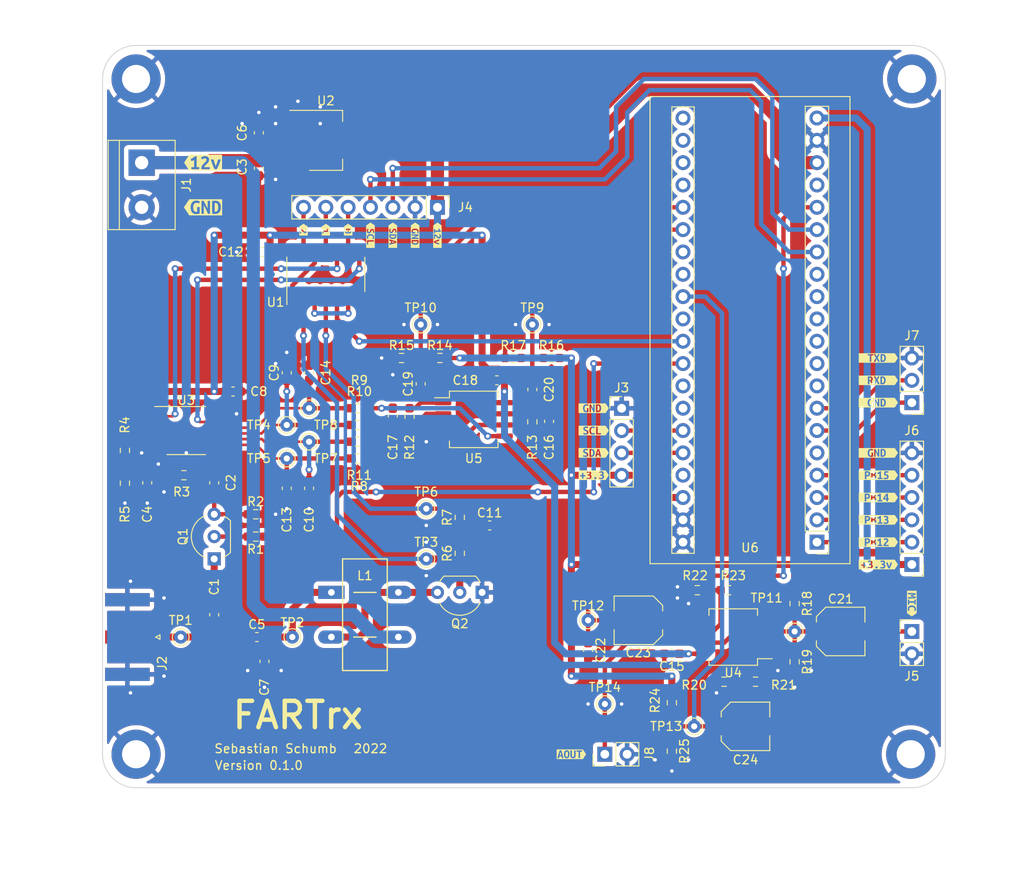
<source format=kicad_pcb>
(kicad_pcb (version 20211014) (generator pcbnew)

  (general
    (thickness 1.6)
  )

  (paper "A4")
  (title_block
    (comment 4 "AISLER Project ID: TRKRFPJH")
  )

  (layers
    (0 "F.Cu" signal)
    (31 "B.Cu" signal)
    (32 "B.Adhes" user "B.Adhesive")
    (33 "F.Adhes" user "F.Adhesive")
    (34 "B.Paste" user)
    (35 "F.Paste" user)
    (36 "B.SilkS" user "B.Silkscreen")
    (37 "F.SilkS" user "F.Silkscreen")
    (38 "B.Mask" user)
    (39 "F.Mask" user)
    (40 "Dwgs.User" user "User.Drawings")
    (41 "Cmts.User" user "User.Comments")
    (42 "Eco1.User" user "User.Eco1")
    (43 "Eco2.User" user "User.Eco2")
    (44 "Edge.Cuts" user)
    (45 "Margin" user)
    (46 "B.CrtYd" user "B.Courtyard")
    (47 "F.CrtYd" user "F.Courtyard")
    (48 "B.Fab" user)
    (49 "F.Fab" user)
    (50 "User.1" user)
    (51 "User.2" user)
    (52 "User.3" user)
    (53 "User.4" user)
    (54 "User.5" user)
    (55 "User.6" user)
    (56 "User.7" user)
    (57 "User.8" user)
    (58 "User.9" user)
  )

  (setup
    (stackup
      (layer "F.SilkS" (type "Top Silk Screen"))
      (layer "F.Paste" (type "Top Solder Paste"))
      (layer "F.Mask" (type "Top Solder Mask") (thickness 0.01))
      (layer "F.Cu" (type "copper") (thickness 0.035))
      (layer "dielectric 1" (type "core") (thickness 1.51) (material "FR4") (epsilon_r 4.5) (loss_tangent 0.02))
      (layer "B.Cu" (type "copper") (thickness 0.035))
      (layer "B.Mask" (type "Bottom Solder Mask") (thickness 0.01))
      (layer "B.Paste" (type "Bottom Solder Paste"))
      (layer "B.SilkS" (type "Bottom Silk Screen"))
      (copper_finish "None")
      (dielectric_constraints no)
    )
    (pad_to_mask_clearance 0)
    (pcbplotparams
      (layerselection 0x00010fc_ffffffff)
      (disableapertmacros false)
      (usegerberextensions false)
      (usegerberattributes true)
      (usegerberadvancedattributes true)
      (creategerberjobfile true)
      (svguseinch false)
      (svgprecision 6)
      (excludeedgelayer true)
      (plotframeref false)
      (viasonmask false)
      (mode 1)
      (useauxorigin false)
      (hpglpennumber 1)
      (hpglpenspeed 20)
      (hpglpendiameter 15.000000)
      (dxfpolygonmode true)
      (dxfimperialunits true)
      (dxfusepcbnewfont true)
      (psnegative false)
      (psa4output false)
      (plotreference true)
      (plotvalue true)
      (plotinvisibletext false)
      (sketchpadsonfab false)
      (subtractmaskfromsilk false)
      (outputformat 1)
      (mirror false)
      (drillshape 1)
      (scaleselection 1)
      (outputdirectory "")
    )
  )

  (net 0 "")
  (net 1 "Net-(C1-Pad2)")
  (net 2 "Net-(Q1-Pad2)")
  (net 3 "Net-(C2-Pad1)")
  (net 4 "GND")
  (net 5 "Net-(Q2-Pad2)")
  (net 6 "Net-(L1-Pad2)")
  (net 7 "RF")
  (net 8 "Net-(C5-Pad2)")
  (net 9 "Net-(C9-Pad1)")
  (net 10 "Net-(U3-Pad10)")
  (net 11 "Net-(R7-Pad2)")
  (net 12 "Net-(C10-Pad1)")
  (net 13 "Net-(C14-Pad1)")
  (net 14 "ADC_Q")
  (net 15 "ADC_I")
  (net 16 "Net-(C21-Pad1)")
  (net 17 "A_OUT")
  (net 18 "ADC_MIC")
  (net 19 "Net-(J8-Pad1)")
  (net 20 "CLK0")
  (net 21 "Net-(U1-Pad8)")
  (net 22 "CLK1")
  (net 23 "Net-(U1-Pad10)")
  (net 24 "BIAS_PWM")
  (net 25 "+5V")
  (net 26 "+12V")
  (net 27 "unconnected-(U3-Pad3)")
  (net 28 "unconnected-(U3-Pad4)")
  (net 29 "unconnected-(U3-Pad5)")
  (net 30 "unconnected-(U3-Pad6)")
  (net 31 "unconnected-(U3-Pad7)")
  (net 32 "Net-(C2-Pad2)")
  (net 33 "Net-(C24-Pad2)")
  (net 34 "Net-(R20-Pad1)")
  (net 35 "Net-(C23-Pad1)")
  (net 36 "Net-(R22-Pad1)")
  (net 37 "Net-(C17-Pad2)")
  (net 38 "Net-(R11-Pad2)")
  (net 39 "Net-(C17-Pad1)")
  (net 40 "SDA_PLL")
  (net 41 "SCL_PLL")
  (net 42 "RX_EN")
  (net 43 "unconnected-(U6-Pad11)")
  (net 44 "unconnected-(U6-Pad12)")
  (net 45 "SDA_DISP")
  (net 46 "SCL_DISP")
  (net 47 "unconnected-(U6-Pad21)")
  (net 48 "unconnected-(U6-Pad22)")
  (net 49 "unconnected-(U6-Pad30)")
  (net 50 "+3.3V")
  (net 51 "unconnected-(U6-Pad37)")
  (net 52 "Net-(J6-Pad3)")
  (net 53 "Net-(C16-Pad1)")
  (net 54 "Net-(R9-Pad2)")
  (net 55 "Net-(C16-Pad2)")
  (net 56 "Net-(C4-Pad1)")
  (net 57 "Net-(C11-Pad1)")
  (net 58 "Net-(C21-Pad2)")
  (net 59 "CLK2")
  (net 60 "Net-(J6-Pad2)")
  (net 61 "Net-(J6-Pad4)")
  (net 62 "Net-(J6-Pad5)")
  (net 63 "unconnected-(U6-Pad5)")
  (net 64 "unconnected-(U6-Pad34)")
  (net 65 "unconnected-(U6-Pad33)")
  (net 66 "unconnected-(U6-Pad8)")
  (net 67 "unconnected-(U6-Pad13)")
  (net 68 "unconnected-(U6-Pad9)")
  (net 69 "unconnected-(U6-Pad10)")
  (net 70 "unconnected-(U6-Pad28)")
  (net 71 "unconnected-(U6-Pad27)")
  (net 72 "unconnected-(U6-Pad24)")
  (net 73 "unconnected-(U6-Pad17)")
  (net 74 "unconnected-(U6-Pad23)")
  (net 75 "Net-(U1-Pad1)")
  (net 76 "Net-(U1-Pad3)")
  (net 77 "Net-(J7-Pad1)")
  (net 78 "Net-(J7-Pad2)")

  (footprint "MountingHole:MountingHole_3.2mm_M3_DIN965_Pad_TopBottom" (layer "F.Cu") (at 54.61 131.445))

  (footprint "Capacitor_SMD:C_0603_1608Metric_Pad1.08x0.95mm_HandSolder" (layer "F.Cu") (at 63.5 115.57 90))

  (footprint "TestPoint:TestPoint_THTPad_D1.5mm_Drill0.7mm" (layer "F.Cu") (at 118.11 128.27))

  (footprint "TestPoint:TestPoint_THTPad_D1.5mm_Drill0.7mm" (layer "F.Cu") (at 129.54 117.475))

  (footprint "Resistor_SMD:R_0603_1608Metric_Pad0.98x0.95mm_HandSolder" (layer "F.Cu") (at 79.815 92.075))

  (footprint "Capacitor_SMD:C_0603_1608Metric_Pad1.08x0.95mm_HandSolder" (layer "F.Cu") (at 69.215 120.8775 -90))

  (footprint "Resistor_SMD:R_0603_1608Metric_Pad0.98x0.95mm_HandSolder" (layer "F.Cu") (at 85.725 92.9875 90))

  (footprint "Resistor_SMD:R_0603_1608Metric_Pad0.98x0.95mm_HandSolder" (layer "F.Cu") (at 101.8775 86.36))

  (footprint "kibuzzard-63972C1C" (layer "F.Cu") (at 139.065 99.695))

  (footprint "Resistor_SMD:R_0603_1608Metric_Pad0.98x0.95mm_HandSolder" (layer "F.Cu") (at 129.54 114.3 -90))

  (footprint "Connector_PinHeader_2.54mm:PinHeader_1x07_P2.54mm_Vertical" (layer "F.Cu") (at 88.9 69.215 -90))

  (footprint "kibuzzard-63972ADE" (layer "F.Cu") (at 104.14 131.445))

  (footprint "kibuzzard-639729AB" (layer "F.Cu") (at 73.66 71.755 -90))

  (footprint "Resistor_SMD:R_0603_1608Metric_Pad0.98x0.95mm_HandSolder" (layer "F.Cu") (at 68.2225 104.14))

  (footprint "Package_SO:SO-8_5.3x6.2mm_P1.27mm" (layer "F.Cu") (at 93.0275 93.345))

  (footprint "Connector_Coaxial:SMA_Amphenol_132289_EdgeMount" (layer "F.Cu") (at 53.6225 118.11 180))

  (footprint "TestPoint:TestPoint_THTPad_D1.5mm_Drill0.7mm" (layer "F.Cu") (at 74.295 95.885))

  (footprint "Capacitor_SMD:C_0603_1608Metric_Pad1.08x0.95mm_HandSolder" (layer "F.Cu") (at 115.57 120.015 180))

  (footprint "MountingHole:MountingHole_3.2mm_M3_DIN965_Pad_TopBottom" (layer "F.Cu") (at 54.61 54.61))

  (footprint "kibuzzard-63972BCB" (layer "F.Cu") (at 139.065 97.155))

  (footprint "TestPoint:TestPoint_THTPad_D1.5mm_Drill0.7mm" (layer "F.Cu") (at 59.69 118.11))

  (footprint "kibuzzard-63972A34" (layer "F.Cu") (at 106.68 99.695))

  (footprint "kibuzzard-63972897" (layer "F.Cu") (at 62.23 64.135))

  (footprint "Capacitor_SMD:C_0603_1608Metric_Pad1.08x0.95mm_HandSolder" (layer "F.Cu") (at 74.295 88.0375 90))

  (footprint "Package_TO_SOT_THT:TO-92_Inline_Wide" (layer "F.Cu") (at 93.98 113.03 180))

  (footprint "Resistor_SMD:R_0603_1608Metric_Pad0.98x0.95mm_HandSolder" (layer "F.Cu") (at 53.34 100.6075 -90))

  (footprint "Capacitor_SMD:C_0603_1608Metric_Pad1.08x0.95mm_HandSolder" (layer "F.Cu") (at 68.58 64.77 -90))

  (footprint "Package_TO_SOT_THT:TO-92_Inline_Wide" (layer "F.Cu") (at 63.5 109.22 90))

  (footprint "Resistor_SMD:R_0603_1608Metric_Pad0.98x0.95mm_HandSolder" (layer "F.Cu") (at 79.815 97.79))

  (footprint "TestPoint:TestPoint_THTPad_D1.5mm_Drill0.7mm" (layer "F.Cu") (at 74.295 92.075))

  (footprint "Connector_PinHeader_2.54mm:PinHeader_1x06_P2.54mm_Vertical" (layer "F.Cu") (at 142.875 109.855 180))

  (footprint "kibuzzard-63972C14" (layer "F.Cu") (at 139.065 102.235))

  (footprint "TestPoint:TestPoint_THTPad_D1.5mm_Drill0.7mm" (layer "F.Cu") (at 87.63 103.505))

  (footprint "Connector_PinHeader_2.54mm:PinHeader_1x03_P2.54mm_Vertical" (layer "F.Cu") (at 142.875 91.44 180))

  (footprint "TestPoint:TestPoint_THTPad_D1.5mm_Drill0.7mm" (layer "F.Cu") (at 107.95 125.73))

  (footprint "kibuzzard-63972A59" (layer "F.Cu") (at 106.68 92.075))

  (footprint "Resistor_SMD:R_0603_1608Metric_Pad0.98x0.95mm_HandSolder" (layer "F.Cu") (at 115.57 131.0875 -90))

  (footprint "Capacitor_SMD:C_0603_1608Metric_Pad1.08x0.95mm_HandSolder" (layer "F.Cu") (at 63.5 100.5575 90))

  (footprint "Capacitor_SMD:C_0603_1608Metric_Pad1.08x0.95mm_HandSolder" (layer "F.Cu") (at 99.695 89.9425 90))

  (footprint "Resistor_SMD:R_0603_1608Metric_Pad0.98x0.95mm_HandSolder" (layer "F.Cu") (at 84.8125 86.36))

  (footprint "Resistor_SMD:R_0603_1608Metric_Pad0.98x0.95mm_HandSolder" (layer "F.Cu") (at 121.5155 123.19 180))

  (footprint "TestPoint:TestPoint_THTPad_D1.5mm_Drill0.7mm" (layer "F.Cu") (at 72.39 118.11))

  (footprint "TestPoint:TestPoint_THTPad_D1.5mm_Drill0.7mm" (layer "F.Cu") (at 86.995 82.55))

  (footprint "Resistor_SMD:R_0603_1608Metric_Pad0.98x0.95mm_HandSolder" (layer "F.Cu") (at 79.815 93.98))

  (footprint "Capacitor_SMD:C_0603_1608Metric_Pad1.08x0.95mm_HandSolder" (layer "F.Cu") (at 106.045 119.6075 -90))

  (footprint "Resistor_SMD:R_0603_1608Metric_Pad0.98x0.95mm_HandSolder" (layer "F.Cu") (at 122.0235 112.776 180))

  (footprint "kibuzzard-63972C01" (layer "F.Cu") (at 139.065 107.315))

  (footprint "kibuzzard-63972C0D" (layer "F.Cu") (at 139.065 104.775))

  (footprint "Capacitor_SMD:C_0603_1608Metric_Pad1.08x0.95mm_HandSolder" (layer "F.Cu") (at 94.8425 105.41))

  (footprint "Capacitor_SMD:C_0603_1608Metric_Pad1.08x0.95mm_HandSolder" (layer "F.Cu") (at 71.755 101.1925 -90))

  (footprint "TestPoint:TestPoint_THTPad_D1.5mm_Drill0.7mm" (layer "F.Cu") (at 99.695 82.55))

  (footprint "Package_SO:SO-8_5.3x6.2mm_P1.27mm" (layer "F.Cu") (at 122.555 118.11 180))

  (footprint "MountingHole:MountingHole_3.2mm_M3_DIN965_Pad_TopBottom" (layer "F.Cu") (at 142.748 131.445))

  (footprint "Package_SO:TSSOP-16_4.4x5mm_P0.65mm" (layer "F.Cu") (at 60.325 94.615))

  (footprint "Connector_PinHeader_2.54mm:PinHeader_1x02_P2.54mm_Vertical" (layer "F.Cu") (at 107.94 131.445 90))

  (footprint "kibuzzard-63972E7D" (layer "F.Cu") (at 139.065 91.44))

  (footprint "Resistor_SMD:R_0603_1608Metric_Pad0.98x0.95mm_HandSolder" (layer "F.Cu") (at 97.5125 86.36))

  (footprint "Capacitor_SMD:C_0603_1608Metric_Pad1.08x0.95mm_HandSolder" (layer "F.Cu") (at 68.58 60.7325 90))

  (footprint "Resistor_SMD:R_0603_1608Metric_Pad0.98x0.95mm_HandSolder" (layer "F.Cu") (at 125.095 123.19 180))

  (footprint "Capacitor_SMD:C_Elec_5x5.8" (layer "F.Cu")
    (tedit 5BC8D926) (tstamp 90d29924-27cf-4bdc-aa2c-cfb0163709be)
    (at 134.7775 117.475)
    (descr "SMD capacitor, aluminum electrolytic nonpolar, 5.0x5.8mm")
    (tags "capacitor electrolyic nonpolar")
    (property "Sheetfile" "fartrx.kicad_sch")
    (property "Sheetname" "")
    (path "/f8daa350-01af-4818-9687-b1a76402565c")
    (attr smd)
    (fp_text reference "C21" (at 0 -3.7) (layer "F.SilkS")
      (effects (font (size 1 1) (thickness
... [1140190 chars truncated]
</source>
